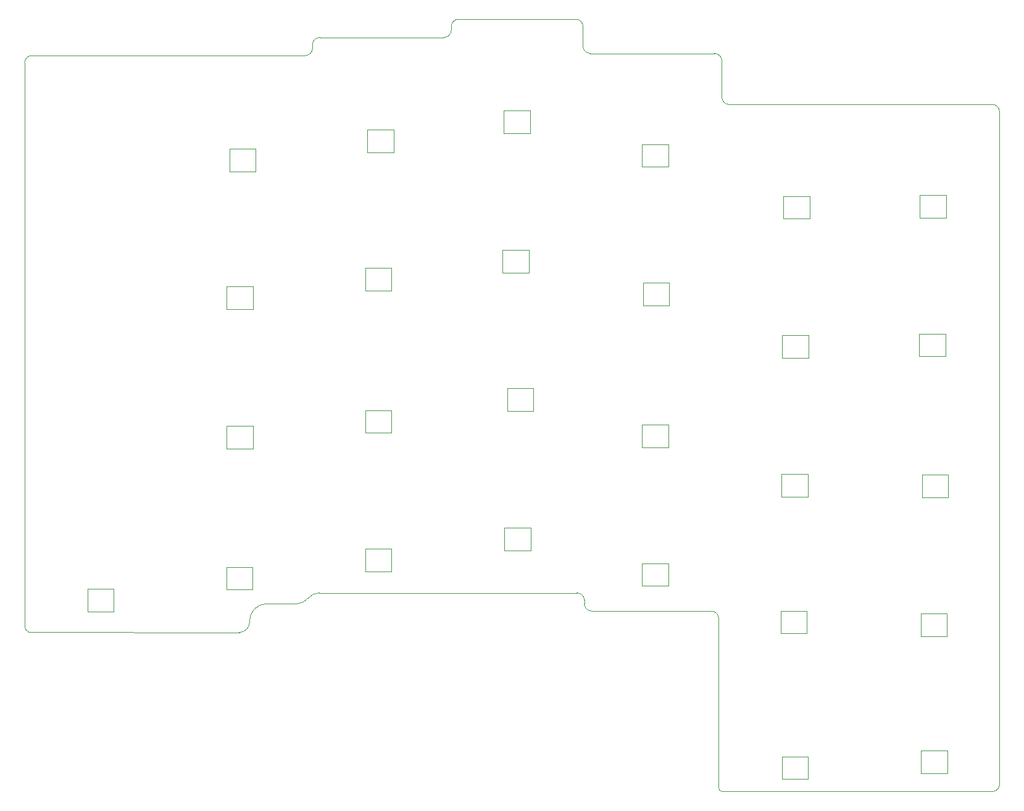
<source format=gm1>
G04 #@! TF.GenerationSoftware,KiCad,Pcbnew,9.0.4*
G04 #@! TF.CreationDate,2025-10-25T01:26:29+09:00*
G04 #@! TF.ProjectId,molak_right,6d6f6c61-6b5f-4726-9967-68742e6b6963,rev?*
G04 #@! TF.SameCoordinates,Original*
G04 #@! TF.FileFunction,Profile,NP*
%FSLAX46Y46*%
G04 Gerber Fmt 4.6, Leading zero omitted, Abs format (unit mm)*
G04 Created by KiCad (PCBNEW 9.0.4) date 2025-10-25 01:26:29*
%MOMM*%
%LPD*%
G01*
G04 APERTURE LIST*
G04 #@! TA.AperFunction,Profile*
%ADD10C,0.050000*%
G04 #@! TD*
G04 #@! TA.AperFunction,Profile*
%ADD11C,0.120000*%
G04 #@! TD*
G04 APERTURE END LIST*
D10*
X88489054Y-101399997D02*
X88489053Y-66344709D01*
X89086095Y-121383124D02*
X117951835Y-121430346D01*
X125798995Y-117494712D02*
X121687593Y-117494712D01*
X221235000Y-143244710D02*
X203185000Y-143244711D01*
X166084999Y-41994714D02*
X183134999Y-41994714D01*
X184134999Y-42994714D02*
X184134999Y-47994714D01*
X164276431Y-115994713D02*
X128921493Y-115994713D01*
X203184998Y-48994714D02*
X221234998Y-48994713D01*
X88505878Y-120557586D02*
X88489054Y-101399997D01*
X185134999Y-48994714D02*
G75*
G02*
X184134986Y-47994714I1J1000014D01*
G01*
X89489053Y-42294709D02*
X92239053Y-42294709D01*
X148035001Y-37294714D02*
X164084999Y-37294714D01*
X184200000Y-143244711D02*
G75*
G02*
X183699989Y-142744711I0J500011D01*
G01*
X164084999Y-37294714D02*
G75*
G02*
X165084986Y-38294714I1J-999986D01*
G01*
X128985001Y-39794714D02*
X146035001Y-39794714D01*
X127985001Y-41294709D02*
X127985001Y-40794714D01*
X88489053Y-43294709D02*
G75*
G02*
X89489053Y-42294653I1000047J9D01*
G01*
X222234998Y-49994713D02*
X222235000Y-142244710D01*
X147035001Y-38294714D02*
G75*
G02*
X148035001Y-37294701I999999J14D01*
G01*
X127360244Y-116744712D02*
G75*
G02*
X128921493Y-115994702I1561256J-1249988D01*
G01*
X165084999Y-38294714D02*
X165084999Y-40994714D01*
X165276431Y-117494712D02*
X165276431Y-116994713D01*
X147035001Y-38794714D02*
G75*
G02*
X146035001Y-39794701I-1000001J14D01*
G01*
X183700000Y-142744711D02*
X183700000Y-132544712D01*
X203185000Y-143244711D02*
X184200000Y-143244711D01*
X164276431Y-115994713D02*
G75*
G02*
X165276387Y-116994713I-31J-999987D01*
G01*
X166084999Y-41994714D02*
G75*
G02*
X165084986Y-40994714I1J1000014D01*
G01*
X182700000Y-118494712D02*
G75*
G02*
X183699988Y-119494712I0J-999988D01*
G01*
X166276431Y-118494712D02*
G75*
G02*
X165276388Y-117494712I-31J1000012D01*
G01*
X127985001Y-41294709D02*
G75*
G02*
X126985001Y-42294701I-1000001J9D01*
G01*
X119357903Y-119928060D02*
G75*
G02*
X121692903Y-117490964I2334997J99960D01*
G01*
X89086095Y-121383124D02*
G75*
G02*
X88505860Y-120557592I231405J779324D01*
G01*
X119358443Y-119933091D02*
G75*
G02*
X117951835Y-121426337I-1429343J-62709D01*
G01*
X127985001Y-40794714D02*
G75*
G02*
X128985001Y-39794701I999999J14D01*
G01*
X182700000Y-118494712D02*
X166276431Y-118494712D01*
X88489053Y-66344709D02*
X88489053Y-43294709D01*
X222235000Y-142244710D02*
G75*
G02*
X221235000Y-143244700I-1000000J10D01*
G01*
X183700000Y-132544712D02*
X183700000Y-119494712D01*
X92239053Y-42294709D02*
X126985001Y-42294709D01*
X127360244Y-116744713D02*
G75*
G02*
X125798995Y-117494704I-1561244J1250013D01*
G01*
X147035001Y-38794714D02*
X147035001Y-38294714D01*
X221234998Y-48994713D02*
G75*
G02*
X222234987Y-49994713I2J-999987D01*
G01*
X183134999Y-41994714D02*
G75*
G02*
X184134986Y-42994714I1J-999986D01*
G01*
X185134999Y-48994714D02*
X203184998Y-48994714D01*
D11*
X135510000Y-52450000D02*
X135510000Y-55550000D01*
X135510000Y-55550000D02*
X139110000Y-55550000D01*
X139110000Y-52450000D02*
X135510000Y-52450000D01*
X139110000Y-55550000D02*
X139110000Y-52450000D01*
X154244300Y-49815100D02*
X154244300Y-52915100D01*
X154244300Y-52915100D02*
X157844300Y-52915100D01*
X157844300Y-49815100D02*
X154244300Y-49815100D01*
X157844300Y-52915100D02*
X157844300Y-49815100D01*
X173200000Y-54450000D02*
X173200000Y-57550000D01*
X173200000Y-57550000D02*
X176800000Y-57550000D01*
X176800000Y-54450000D02*
X173200000Y-54450000D01*
X176800000Y-57550000D02*
X176800000Y-54450000D01*
X192563600Y-61562600D02*
X192563600Y-64662600D01*
X192563600Y-64662600D02*
X196163600Y-64662600D01*
X196163600Y-61562600D02*
X192563600Y-61562600D01*
X196163600Y-64662600D02*
X196163600Y-61562600D01*
X211200000Y-80450000D02*
X211200000Y-83550000D01*
X211200000Y-83550000D02*
X214800000Y-83550000D01*
X214800000Y-80450000D02*
X211200000Y-80450000D01*
X214800000Y-83550000D02*
X214800000Y-80450000D01*
X192399200Y-80656500D02*
X192399200Y-83756500D01*
X192399200Y-83756500D02*
X195999200Y-83756500D01*
X195999200Y-80656500D02*
X192399200Y-80656500D01*
X195999200Y-83756500D02*
X195999200Y-80656500D01*
X173310000Y-73450000D02*
X173310000Y-76550000D01*
X173310000Y-76550000D02*
X176910000Y-76550000D01*
X176910000Y-73450000D02*
X173310000Y-73450000D01*
X176910000Y-76550000D02*
X176910000Y-73450000D01*
X154053600Y-68994600D02*
X154053600Y-72094600D01*
X154053600Y-72094600D02*
X157653600Y-72094600D01*
X157653600Y-68994600D02*
X154053600Y-68994600D01*
X157653600Y-72094600D02*
X157653600Y-68994600D01*
X135200000Y-71450000D02*
X135200000Y-74550000D01*
X135200000Y-74550000D02*
X138800000Y-74550000D01*
X138800000Y-71450000D02*
X135200000Y-71450000D01*
X138800000Y-74550000D02*
X138800000Y-71450000D01*
X116200000Y-73950000D02*
X116200000Y-77050000D01*
X116200000Y-77050000D02*
X119800000Y-77050000D01*
X119800000Y-73950000D02*
X116200000Y-73950000D01*
X119800000Y-77050000D02*
X119800000Y-73950000D01*
X116205500Y-93108100D02*
X116205500Y-96208100D01*
X116205500Y-96208100D02*
X119805500Y-96208100D01*
X119805500Y-93108100D02*
X116205500Y-93108100D01*
X119805500Y-96208100D02*
X119805500Y-93108100D01*
X135200000Y-90950000D02*
X135200000Y-94050000D01*
X135200000Y-94050000D02*
X138800000Y-94050000D01*
X138800000Y-90950000D02*
X135200000Y-90950000D01*
X138800000Y-94050000D02*
X138800000Y-90950000D01*
X154700000Y-87950000D02*
X154700000Y-91050000D01*
X154700000Y-91050000D02*
X158300000Y-91050000D01*
X158300000Y-87950000D02*
X154700000Y-87950000D01*
X158300000Y-91050000D02*
X158300000Y-87950000D01*
X173200000Y-92950000D02*
X173200000Y-96050000D01*
X173200000Y-96050000D02*
X176800000Y-96050000D01*
X176800000Y-92950000D02*
X173200000Y-92950000D01*
X176800000Y-96050000D02*
X176800000Y-92950000D01*
X192313300Y-99704100D02*
X192313300Y-102804100D01*
X192313300Y-102804100D02*
X195913300Y-102804100D01*
X195913300Y-99704100D02*
X192313300Y-99704100D01*
X195913300Y-102804100D02*
X195913300Y-99704100D01*
X211588200Y-99802200D02*
X211588200Y-102902200D01*
X211588200Y-102902200D02*
X215188200Y-102902200D01*
X215188200Y-99802200D02*
X211588200Y-99802200D01*
X215188200Y-102902200D02*
X215188200Y-99802200D01*
X211410000Y-118867700D02*
X211410000Y-121967700D01*
X211410000Y-121967700D02*
X215010000Y-121967700D01*
X215010000Y-118867700D02*
X211410000Y-118867700D01*
X215010000Y-121967700D02*
X215010000Y-118867700D01*
X192200000Y-118450000D02*
X192200000Y-121550000D01*
X192200000Y-121550000D02*
X195800000Y-121550000D01*
X195800000Y-118450000D02*
X192200000Y-118450000D01*
X195800000Y-121550000D02*
X195800000Y-118450000D01*
X211450000Y-137650000D02*
X211450000Y-140750000D01*
X211450000Y-140750000D02*
X215050000Y-140750000D01*
X215050000Y-137650000D02*
X211450000Y-137650000D01*
X215050000Y-140750000D02*
X215050000Y-137650000D01*
X192360000Y-138450000D02*
X192360000Y-141550000D01*
X192360000Y-141550000D02*
X195960000Y-141550000D01*
X195960000Y-138450000D02*
X192360000Y-138450000D01*
X195960000Y-141550000D02*
X195960000Y-138450000D01*
X173200000Y-111950000D02*
X173200000Y-115050000D01*
X173200000Y-115050000D02*
X176800000Y-115050000D01*
X176800000Y-111950000D02*
X173200000Y-111950000D01*
X176800000Y-115050000D02*
X176800000Y-111950000D01*
X154317200Y-107057200D02*
X154317200Y-110157200D01*
X154317200Y-110157200D02*
X157917200Y-110157200D01*
X157917200Y-107057200D02*
X154317200Y-107057200D01*
X157917200Y-110157200D02*
X157917200Y-107057200D01*
X135210000Y-109950000D02*
X135210000Y-113050000D01*
X135210000Y-113050000D02*
X138810000Y-113050000D01*
X138810000Y-109950000D02*
X135210000Y-109950000D01*
X138810000Y-113050000D02*
X138810000Y-109950000D01*
X116160000Y-112450000D02*
X116160000Y-115550000D01*
X116160000Y-115550000D02*
X119760000Y-115550000D01*
X119760000Y-112450000D02*
X116160000Y-112450000D01*
X119760000Y-115550000D02*
X119760000Y-112450000D01*
X97110000Y-115450000D02*
X97110000Y-118550000D01*
X97110000Y-118550000D02*
X100710000Y-118550000D01*
X100710000Y-115450000D02*
X97110000Y-115450000D01*
X100710000Y-118550000D02*
X100710000Y-115450000D01*
X116600000Y-55100000D02*
X116600000Y-58200000D01*
X116600000Y-58200000D02*
X120200000Y-58200000D01*
X120200000Y-55100000D02*
X116600000Y-55100000D01*
X120200000Y-58200000D02*
X120200000Y-55100000D01*
X211310000Y-61450000D02*
X214910000Y-61450000D01*
X211310000Y-64550000D02*
X211310000Y-61450000D01*
X214910000Y-61450000D02*
X214910000Y-64550000D01*
X214910000Y-64550000D02*
X211310000Y-64550000D01*
M02*

</source>
